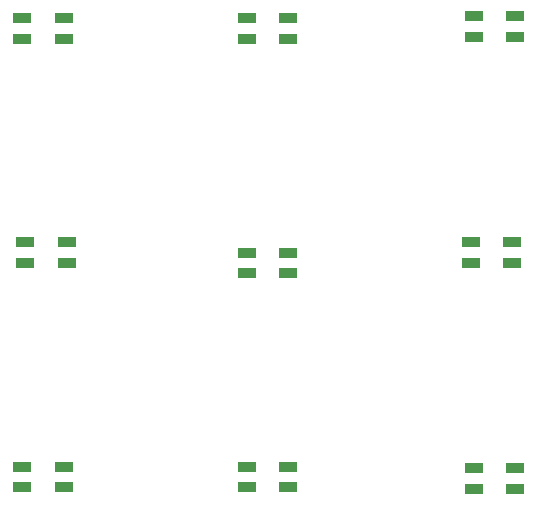
<source format=gbr>
%TF.GenerationSoftware,KiCad,Pcbnew,9.0.7*%
%TF.CreationDate,2026-02-06T20:11:41-05:00*%
%TF.ProjectId,Keypad,4b657970-6164-42e6-9b69-6361645f7063,rev?*%
%TF.SameCoordinates,Original*%
%TF.FileFunction,Paste,Top*%
%TF.FilePolarity,Positive*%
%FSLAX46Y46*%
G04 Gerber Fmt 4.6, Leading zero omitted, Abs format (unit mm)*
G04 Created by KiCad (PCBNEW 9.0.7) date 2026-02-06 20:11:41*
%MOMM*%
%LPD*%
G01*
G04 APERTURE LIST*
%ADD10R,1.600000X0.850000*%
G04 APERTURE END LIST*
D10*
%TO.C,LED2*%
X125500000Y-111875000D03*
X125500000Y-110125000D03*
X129000000Y-110125000D03*
X129000000Y-111875000D03*
%TD*%
%TO.C,LED9*%
X167000000Y-131000000D03*
X167000000Y-129250000D03*
X163500000Y-129250000D03*
X163500000Y-131000000D03*
%TD*%
%TO.C,LED4*%
X144250000Y-129125000D03*
X144250000Y-130875000D03*
X147750000Y-130875000D03*
X147750000Y-129125000D03*
%TD*%
%TO.C,LED6*%
X144250000Y-91125000D03*
X144250000Y-92875000D03*
X147750000Y-92875000D03*
X147750000Y-91125000D03*
%TD*%
%TO.C,LED3*%
X128750000Y-130875000D03*
X128750000Y-129125000D03*
X125250000Y-129125000D03*
X125250000Y-130875000D03*
%TD*%
%TO.C,LED1*%
X128750000Y-92875000D03*
X128750000Y-91125000D03*
X125250000Y-91125000D03*
X125250000Y-92875000D03*
%TD*%
%TO.C,LED8*%
X166750000Y-111875000D03*
X166750000Y-110125000D03*
X163250000Y-110125000D03*
X163250000Y-111875000D03*
%TD*%
%TO.C,LED7*%
X167000000Y-92750000D03*
X167000000Y-91000000D03*
X163500000Y-91000000D03*
X163500000Y-92750000D03*
%TD*%
%TO.C,LED5*%
X144250000Y-111000000D03*
X144250000Y-112750000D03*
X147750000Y-112750000D03*
X147750000Y-111000000D03*
%TD*%
M02*

</source>
